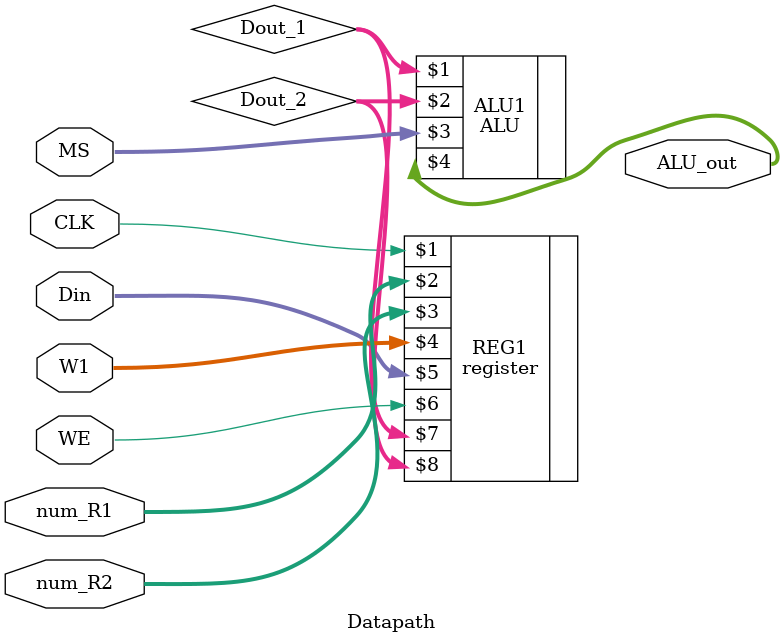
<source format=v>
`timescale 1ns / 1ps


module Datapath(CLK, Din, num_R1, num_R2, WE, W1, MS, ALU_out

    );
    parameter size_data = 16;
    
    input CLK;
    input WE;
    input[2:0] W1;
    input[2:0] num_R1, num_R2;
    input[2:0] MS;
    input[size_data - 1:0] Din;
    output [size_data - 1:0] ALU_out;
    wire[size_data - 1:0] Dout_1, Dout_2;
    
    register REG1(CLK, num_R1, num_R2, W1, Din, WE, Dout_1, Dout_2);
    ALU ALU1(Dout_1, Dout_2, MS, ALU_out);
    
    //how to input two numbers in 1 Din?
    
    
endmodule

</source>
